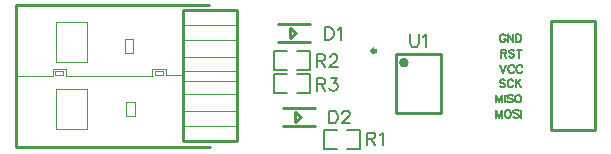
<source format=gto>
G04 ---------------------------- Layer name :TOP SILK LAYER*
G04 EasyEDA v5.7.26, Mon, 24 Sep 2018 03:33:45 GMT*
G04 f2589365b48f4548adba9131c7c0e0b5*
G04 Gerber Generator version 0.2*
G04 Scale: 100 percent, Rotated: No, Reflected: No *
G04 Dimensions in millimeters *
G04 leading zeros omitted , absolute positions ,3 integer and 3 decimal *
%FSLAX33Y33*%
%MOMM*%
G90*
G71D02*

%ADD10C,0.254000*%
%ADD26C,0.200000*%
%ADD27C,0.100000*%
%ADD28C,0.101600*%
%ADD29C,0.299999*%
%ADD30C,0.399999*%
%ADD31C,0.177800*%
%ADD32C,0.203200*%

%LPD*%
G54D26*
G01X12941Y779D02*
G01X11838Y779D01*
G01X11838Y2379D01*
G01X12941Y2379D01*
G01X13738Y779D02*
G01X14841Y779D01*
G01X14841Y1780D01*
G01X14841Y2379D01*
G01X13738Y2379D01*
G54D10*
G01X9476Y10599D02*
G01X8892Y10193D01*
G01X8892Y10193D02*
G01X8892Y11005D01*
G01X8892Y11005D02*
G01X9476Y10599D01*
G01X10645Y9812D02*
G01X7952Y9812D01*
G01X7952Y11386D02*
G01X10645Y11386D01*
G01X9900Y3489D02*
G01X9316Y3083D01*
G01X9316Y3083D02*
G01X9316Y3896D01*
G01X9316Y3896D02*
G01X9900Y3489D01*
G01X11069Y2702D02*
G01X8376Y2702D01*
G01X8376Y4277D02*
G01X11069Y4277D01*
G01X21671Y8803D02*
G01X17871Y8803D01*
G01X17871Y3804D01*
G01X21671Y3804D01*
G01X21671Y8803D01*
G01X34749Y11630D02*
G01X34749Y2379D01*
G01X34749Y2379D02*
G01X31061Y2379D01*
G01X34749Y11630D02*
G01X31061Y11630D01*
G01X31061Y11630D02*
G01X31061Y2379D01*
G54D26*
G01X9499Y9100D02*
G01X10601Y9100D01*
G01X10601Y7500D01*
G01X9499Y7500D01*
G01X8702Y9100D02*
G01X7599Y9100D01*
G01X7599Y8100D01*
G01X7599Y7500D01*
G01X8702Y7500D01*
G01X9502Y7099D02*
G01X10604Y7099D01*
G01X10604Y5499D01*
G01X9502Y5499D01*
G01X8704Y7099D02*
G01X7602Y7099D01*
G01X7602Y6098D01*
G01X7602Y5499D01*
G01X8704Y5499D01*
G54D10*
G01X-14266Y1006D02*
G01X-14266Y13006D01*
G01X2116Y980D02*
G01X-14266Y980D01*
G01X2091Y13020D02*
G01X-14266Y13020D01*
G01X4428Y1437D02*
G01X-169Y1437D01*
G01X-169Y12563D01*
G01X4453Y12563D01*
G01X4453Y1437D01*
G01X4377Y1437D01*
G54D27*
G01X4402Y6568D02*
G01X-169Y6568D01*
G01X4428Y7432D02*
G01X-169Y7432D01*
G01X4402Y4028D02*
G01X-169Y4028D01*
G01X4402Y5451D02*
G01X-169Y5451D01*
G01X4402Y2733D02*
G01X-169Y2733D01*
G01X-118Y9997D02*
G01X4453Y9997D01*
G01X-118Y8575D02*
G01X4453Y8575D01*
G01X-118Y11293D02*
G01X4453Y11293D01*
G54D28*
G01X-169Y7025D02*
G01X-1591Y7025D01*
G01X-1591Y7533D01*
G01X-2734Y7533D01*
G01X-2734Y7000D01*
G01X-2709Y7000D02*
G01X-10049Y7000D01*
G01X-10049Y7533D01*
G01X-10049Y7559D01*
G01X-10075Y7559D01*
G01X-11141Y7559D01*
G01X-11141Y6975D01*
G01X-14240Y6975D01*
G01X-14291Y6924D01*
G01X-1820Y7025D02*
G01X-1820Y7356D01*
G01X-2505Y7356D01*
G01X-2505Y7025D01*
G01X-1870Y7025D01*
G01X-1820Y7025D01*
G01X-10252Y7025D02*
G01X-10252Y7356D01*
G01X-10938Y7356D01*
G01X-10938Y7025D01*
G01X-10303Y7025D01*
G01X-10252Y7025D01*
G01X-4233Y3546D02*
G01X-4233Y4739D01*
G01X-4868Y4739D01*
G01X-4918Y4739D01*
G01X-4918Y4689D01*
G01X-4918Y3546D01*
G01X-4233Y3546D01*
G01X-4334Y8880D02*
G01X-4334Y10073D01*
G01X-4969Y10073D01*
G01X-5020Y10073D01*
G01X-5020Y10023D01*
G01X-5020Y8880D01*
G01X-4334Y8880D01*
G01X-8246Y2479D02*
G01X-10862Y2479D01*
G01X-10862Y5857D01*
G01X-8246Y5857D01*
G01X-8246Y2479D01*
G01X-8297Y8168D02*
G01X-10913Y8168D01*
G01X-10913Y11547D01*
G01X-8297Y11547D01*
G01X-8297Y8168D01*
G54D31*
G01X15437Y2182D02*
G01X15437Y1092D01*
G01X15437Y2182D02*
G01X15905Y2182D01*
G01X16060Y2131D01*
G01X16113Y2080D01*
G01X16164Y1976D01*
G01X16164Y1872D01*
G01X16113Y1768D01*
G01X16060Y1714D01*
G01X15905Y1663D01*
G01X15437Y1663D01*
G01X15801Y1663D02*
G01X16164Y1092D01*
G01X16507Y1976D02*
G01X16611Y2027D01*
G01X16768Y2182D01*
G01X16768Y1092D01*
G01X11899Y11100D02*
G01X11899Y10010D01*
G01X11899Y11100D02*
G01X12263Y11100D01*
G01X12420Y11049D01*
G01X12522Y10945D01*
G01X12575Y10841D01*
G01X12626Y10686D01*
G01X12626Y10427D01*
G01X12575Y10269D01*
G01X12522Y10165D01*
G01X12420Y10061D01*
G01X12263Y10010D01*
G01X11899Y10010D01*
G01X12969Y10894D02*
G01X13073Y10945D01*
G01X13230Y11100D01*
G01X13230Y10010D01*
G01X12229Y4040D02*
G01X12229Y2950D01*
G01X12229Y4040D02*
G01X12593Y4040D01*
G01X12750Y3989D01*
G01X12852Y3885D01*
G01X12905Y3781D01*
G01X12956Y3626D01*
G01X12956Y3367D01*
G01X12905Y3209D01*
G01X12852Y3105D01*
G01X12750Y3001D01*
G01X12593Y2950D01*
G01X12229Y2950D01*
G01X13352Y3781D02*
G01X13352Y3834D01*
G01X13403Y3938D01*
G01X13456Y3989D01*
G01X13560Y4040D01*
G01X13766Y4040D01*
G01X13870Y3989D01*
G01X13924Y3938D01*
G01X13974Y3834D01*
G01X13974Y3730D01*
G01X13924Y3626D01*
G01X13820Y3468D01*
G01X13299Y2950D01*
G01X14028Y2950D01*
G01X19099Y10500D02*
G01X19099Y9723D01*
G01X19150Y9565D01*
G01X19254Y9461D01*
G01X19412Y9410D01*
G01X19516Y9410D01*
G01X19671Y9461D01*
G01X19775Y9565D01*
G01X19826Y9723D01*
G01X19826Y10500D01*
G01X20169Y10294D02*
G01X20273Y10345D01*
G01X20430Y10500D01*
G01X20430Y9410D01*
G01X11202Y8798D02*
G01X11202Y7709D01*
G01X11202Y8798D02*
G01X11669Y8798D01*
G01X11824Y8748D01*
G01X11877Y8697D01*
G01X11928Y8593D01*
G01X11928Y8489D01*
G01X11877Y8384D01*
G01X11824Y8331D01*
G01X11669Y8280D01*
G01X11202Y8280D01*
G01X11565Y8280D02*
G01X11928Y7709D01*
G01X12324Y8539D02*
G01X12324Y8593D01*
G01X12375Y8697D01*
G01X12428Y8748D01*
G01X12532Y8798D01*
G01X12738Y8798D01*
G01X12842Y8748D01*
G01X12896Y8697D01*
G01X12947Y8593D01*
G01X12947Y8489D01*
G01X12896Y8384D01*
G01X12792Y8227D01*
G01X12271Y7709D01*
G01X13000Y7709D01*
G01X11202Y6798D02*
G01X11202Y5709D01*
G01X11202Y6798D02*
G01X11669Y6798D01*
G01X11824Y6748D01*
G01X11877Y6697D01*
G01X11928Y6593D01*
G01X11928Y6489D01*
G01X11877Y6384D01*
G01X11824Y6331D01*
G01X11669Y6280D01*
G01X11202Y6280D01*
G01X11565Y6280D02*
G01X11928Y5709D01*
G01X12375Y6798D02*
G01X12947Y6798D01*
G01X12637Y6384D01*
G01X12792Y6384D01*
G01X12896Y6331D01*
G01X12947Y6280D01*
G01X13000Y6125D01*
G01X13000Y6021D01*
G01X12947Y5864D01*
G01X12842Y5760D01*
G01X12687Y5709D01*
G01X12532Y5709D01*
G01X12375Y5760D01*
G01X12324Y5813D01*
G01X12271Y5917D01*
G54D32*
G01X27177Y10340D02*
G01X27144Y10403D01*
G01X27080Y10467D01*
G01X27017Y10500D01*
G01X26890Y10500D01*
G01X26826Y10467D01*
G01X26763Y10403D01*
G01X26733Y10340D01*
G01X26699Y10246D01*
G01X26699Y10086D01*
G01X26733Y9989D01*
G01X26763Y9926D01*
G01X26826Y9862D01*
G01X26890Y9832D01*
G01X27017Y9832D01*
G01X27080Y9862D01*
G01X27144Y9926D01*
G01X27177Y9989D01*
G01X27177Y10086D01*
G01X27017Y10086D02*
G01X27177Y10086D01*
G01X27388Y10500D02*
G01X27388Y9832D01*
G01X27388Y10500D02*
G01X27832Y9832D01*
G01X27832Y10500D02*
G01X27832Y9832D01*
G01X28043Y10500D02*
G01X28043Y9832D01*
G01X28043Y10500D02*
G01X28264Y10500D01*
G01X28361Y10467D01*
G01X28424Y10403D01*
G01X28455Y10340D01*
G01X28488Y10246D01*
G01X28488Y10086D01*
G01X28455Y9989D01*
G01X28424Y9926D01*
G01X28361Y9862D01*
G01X28264Y9832D01*
G01X28043Y9832D01*
G01X26799Y9200D02*
G01X26799Y8532D01*
G01X26799Y9200D02*
G01X27086Y9200D01*
G01X27183Y9167D01*
G01X27213Y9136D01*
G01X27247Y9073D01*
G01X27247Y9009D01*
G01X27213Y8946D01*
G01X27183Y8913D01*
G01X27086Y8882D01*
G01X26799Y8882D01*
G01X27023Y8882D02*
G01X27247Y8532D01*
G01X27902Y9103D02*
G01X27838Y9167D01*
G01X27742Y9200D01*
G01X27615Y9200D01*
G01X27518Y9167D01*
G01X27455Y9103D01*
G01X27455Y9040D01*
G01X27488Y8976D01*
G01X27518Y8946D01*
G01X27582Y8913D01*
G01X27775Y8849D01*
G01X27838Y8819D01*
G01X27869Y8786D01*
G01X27902Y8722D01*
G01X27902Y8626D01*
G01X27838Y8562D01*
G01X27742Y8532D01*
G01X27615Y8532D01*
G01X27518Y8562D01*
G01X27455Y8626D01*
G01X28334Y9200D02*
G01X28334Y8532D01*
G01X28110Y9200D02*
G01X28557Y9200D01*
G01X27146Y6604D02*
G01X27083Y6667D01*
G01X26986Y6700D01*
G01X26859Y6700D01*
G01X26763Y6667D01*
G01X26699Y6604D01*
G01X26699Y6540D01*
G01X26732Y6477D01*
G01X26763Y6446D01*
G01X26829Y6413D01*
G01X27019Y6350D01*
G01X27083Y6319D01*
G01X27113Y6286D01*
G01X27146Y6223D01*
G01X27146Y6126D01*
G01X27083Y6062D01*
G01X26986Y6032D01*
G01X26859Y6032D01*
G01X26763Y6062D01*
G01X26699Y6126D01*
G01X27832Y6540D02*
G01X27802Y6604D01*
G01X27738Y6667D01*
G01X27675Y6700D01*
G01X27548Y6700D01*
G01X27484Y6667D01*
G01X27421Y6604D01*
G01X27388Y6540D01*
G01X27355Y6446D01*
G01X27355Y6286D01*
G01X27388Y6189D01*
G01X27421Y6126D01*
G01X27484Y6062D01*
G01X27548Y6032D01*
G01X27675Y6032D01*
G01X27738Y6062D01*
G01X27802Y6126D01*
G01X27832Y6189D01*
G01X28043Y6700D02*
G01X28043Y6032D01*
G01X28488Y6700D02*
G01X28043Y6253D01*
G01X28203Y6413D02*
G01X28488Y6032D01*
G01X26399Y5400D02*
G01X26399Y4732D01*
G01X26399Y5400D02*
G01X26653Y4732D01*
G01X26907Y5400D02*
G01X26653Y4732D01*
G01X26907Y5400D02*
G01X26907Y4732D01*
G01X27118Y5400D02*
G01X27118Y4732D01*
G01X27774Y5304D02*
G01X27710Y5367D01*
G01X27614Y5400D01*
G01X27487Y5400D01*
G01X27393Y5367D01*
G01X27327Y5304D01*
G01X27327Y5240D01*
G01X27360Y5177D01*
G01X27393Y5146D01*
G01X27456Y5113D01*
G01X27647Y5050D01*
G01X27710Y5019D01*
G01X27741Y4986D01*
G01X27774Y4923D01*
G01X27774Y4826D01*
G01X27710Y4762D01*
G01X27614Y4732D01*
G01X27487Y4732D01*
G01X27393Y4762D01*
G01X27327Y4826D01*
G01X28175Y5400D02*
G01X28111Y5367D01*
G01X28048Y5304D01*
G01X28015Y5240D01*
G01X27984Y5146D01*
G01X27984Y4986D01*
G01X28015Y4892D01*
G01X28048Y4826D01*
G01X28111Y4762D01*
G01X28175Y4732D01*
G01X28302Y4732D01*
G01X28365Y4762D01*
G01X28429Y4826D01*
G01X28459Y4892D01*
G01X28492Y4986D01*
G01X28492Y5146D01*
G01X28459Y5240D01*
G01X28429Y5304D01*
G01X28365Y5367D01*
G01X28302Y5400D01*
G01X28175Y5400D01*
G01X26699Y7900D02*
G01X26953Y7232D01*
G01X27207Y7900D02*
G01X26953Y7232D01*
G01X27896Y7740D02*
G01X27863Y7803D01*
G01X27799Y7867D01*
G01X27736Y7900D01*
G01X27609Y7900D01*
G01X27545Y7867D01*
G01X27482Y7803D01*
G01X27449Y7740D01*
G01X27418Y7646D01*
G01X27418Y7486D01*
G01X27449Y7389D01*
G01X27482Y7326D01*
G01X27545Y7262D01*
G01X27609Y7232D01*
G01X27736Y7232D01*
G01X27799Y7262D01*
G01X27863Y7326D01*
G01X27896Y7389D01*
G01X28582Y7740D02*
G01X28551Y7803D01*
G01X28488Y7867D01*
G01X28422Y7900D01*
G01X28295Y7900D01*
G01X28231Y7867D01*
G01X28168Y7803D01*
G01X28137Y7740D01*
G01X28104Y7646D01*
G01X28104Y7486D01*
G01X28137Y7389D01*
G01X28168Y7326D01*
G01X28231Y7262D01*
G01X28295Y7232D01*
G01X28422Y7232D01*
G01X28488Y7262D01*
G01X28551Y7326D01*
G01X28582Y7389D01*
G01X26399Y4100D02*
G01X26399Y3429D01*
G01X26399Y4100D02*
G01X26653Y3429D01*
G01X26910Y4100D02*
G01X26653Y3429D01*
G01X26910Y4100D02*
G01X26910Y3429D01*
G01X27309Y4100D02*
G01X27245Y4067D01*
G01X27182Y4003D01*
G01X27151Y3940D01*
G01X27118Y3843D01*
G01X27118Y3686D01*
G01X27151Y3589D01*
G01X27182Y3526D01*
G01X27245Y3462D01*
G01X27309Y3429D01*
G01X27436Y3429D01*
G01X27502Y3462D01*
G01X27565Y3526D01*
G01X27596Y3589D01*
G01X27629Y3686D01*
G01X27629Y3843D01*
G01X27596Y3940D01*
G01X27565Y4003D01*
G01X27502Y4067D01*
G01X27436Y4100D01*
G01X27309Y4100D01*
G01X28284Y4003D02*
G01X28221Y4067D01*
G01X28124Y4100D01*
G01X27997Y4100D01*
G01X27901Y4067D01*
G01X27837Y4003D01*
G01X27837Y3940D01*
G01X27870Y3876D01*
G01X27901Y3843D01*
G01X27964Y3813D01*
G01X28157Y3749D01*
G01X28221Y3716D01*
G01X28251Y3686D01*
G01X28284Y3622D01*
G01X28284Y3526D01*
G01X28221Y3462D01*
G01X28124Y3429D01*
G01X27997Y3429D01*
G01X27901Y3462D01*
G01X27837Y3526D01*
G01X28492Y4100D02*
G01X28492Y3429D01*
G54D29*
G75*
G01X16172Y9101D02*
G3X16172Y9098I-150J-1D01*
G01*
G54D30*
G75*
G01X18771Y8105D02*
G3X18771Y8100I-200J-3D01*
G01*
M00*
M02*

</source>
